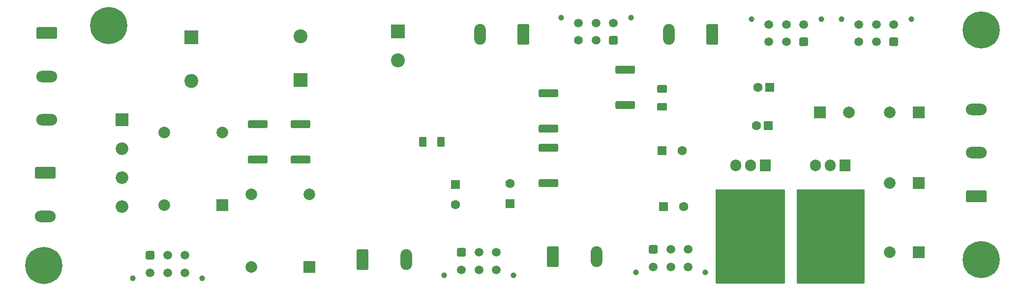
<source format=gbr>
%TF.GenerationSoftware,KiCad,Pcbnew,(5.1.10)-1*%
%TF.CreationDate,2021-11-20T18:22:11+01:00*%
%TF.ProjectId,MRAMP00_PowerSupply,4d52414d-5030-4305-9f50-6f7765725375,rev?*%
%TF.SameCoordinates,Original*%
%TF.FileFunction,Soldermask,Top*%
%TF.FilePolarity,Negative*%
%FSLAX46Y46*%
G04 Gerber Fmt 4.6, Leading zero omitted, Abs format (unit mm)*
G04 Created by KiCad (PCBNEW (5.1.10)-1) date 2021-11-20 18:22:11*
%MOMM*%
%LPD*%
G01*
G04 APERTURE LIST*
%ADD10R,2.175000X2.175000*%
%ADD11C,2.175000*%
%ADD12C,6.400000*%
%ADD13O,3.600000X2.000000*%
%ADD14C,2.000000*%
%ADD15R,2.000000X2.000000*%
%ADD16O,1.905000X2.000000*%
%ADD17R,1.905000X2.000000*%
%ADD18O,3.500000X3.500000*%
%ADD19C,1.500000*%
%ADD20C,1.000000*%
%ADD21O,2.000000X3.600000*%
%ADD22C,1.600000*%
%ADD23R,1.600000X1.600000*%
%ADD24C,2.400000*%
%ADD25R,2.400000X2.400000*%
%ADD26C,0.254000*%
%ADD27C,0.100000*%
G04 APERTURE END LIST*
D10*
%TO.C,BR1*%
X-623924000Y18592000D03*
D11*
X-623924000Y13592000D03*
X-623924000Y8592000D03*
X-623924000Y3592000D03*
%TD*%
D12*
%TO.C,H4*%
X-476000000Y-5538000D03*
%TD*%
%TO.C,H3*%
X-476000000Y34086000D03*
%TD*%
%TO.C,H2*%
X-637386000Y-6554000D03*
%TD*%
%TO.C,H1*%
X-626210000Y34848000D03*
%TD*%
D13*
%TO.C,J12*%
X-636878000Y18578000D03*
X-636878000Y26078000D03*
G36*
G01*
X-638428000Y34578000D02*
X-635328000Y34578000D01*
G75*
G02*
X-635078000Y34328000I0J-250000D01*
G01*
X-635078000Y32828000D01*
G75*
G02*
X-635328000Y32578000I-250000J0D01*
G01*
X-638428000Y32578000D01*
G75*
G02*
X-638678000Y32828000I0J250000D01*
G01*
X-638678000Y34328000D01*
G75*
G02*
X-638428000Y34578000I250000J0D01*
G01*
G37*
%TD*%
%TO.C,R26*%
G36*
G01*
X-551943001Y8368000D02*
X-549092999Y8368000D01*
G75*
G02*
X-548843000Y8118001I0J-249999D01*
G01*
X-548843000Y7217999D01*
G75*
G02*
X-549092999Y6968000I-249999J0D01*
G01*
X-551943001Y6968000D01*
G75*
G02*
X-552193000Y7217999I0J249999D01*
G01*
X-552193000Y8118001D01*
G75*
G02*
X-551943001Y8368000I249999J0D01*
G01*
G37*
G36*
G01*
X-551943001Y14468000D02*
X-549092999Y14468000D01*
G75*
G02*
X-548843000Y14218001I0J-249999D01*
G01*
X-548843000Y13317999D01*
G75*
G02*
X-549092999Y13068000I-249999J0D01*
G01*
X-551943001Y13068000D01*
G75*
G02*
X-552193000Y13317999I0J249999D01*
G01*
X-552193000Y14218001D01*
G75*
G02*
X-551943001Y14468000I249999J0D01*
G01*
G37*
%TD*%
%TO.C,R20*%
G36*
G01*
X-601981001Y12432000D02*
X-599130999Y12432000D01*
G75*
G02*
X-598881000Y12182001I0J-249999D01*
G01*
X-598881000Y11281999D01*
G75*
G02*
X-599130999Y11032000I-249999J0D01*
G01*
X-601981001Y11032000D01*
G75*
G02*
X-602231000Y11281999I0J249999D01*
G01*
X-602231000Y12182001D01*
G75*
G02*
X-601981001Y12432000I249999J0D01*
G01*
G37*
G36*
G01*
X-601981001Y18532000D02*
X-599130999Y18532000D01*
G75*
G02*
X-598881000Y18282001I0J-249999D01*
G01*
X-598881000Y17381999D01*
G75*
G02*
X-599130999Y17132000I-249999J0D01*
G01*
X-601981001Y17132000D01*
G75*
G02*
X-602231000Y17381999I0J249999D01*
G01*
X-602231000Y18282001D01*
G75*
G02*
X-601981001Y18532000I249999J0D01*
G01*
G37*
%TD*%
%TO.C,R17*%
G36*
G01*
X-549092999Y22466000D02*
X-551943001Y22466000D01*
G75*
G02*
X-552193000Y22715999I0J249999D01*
G01*
X-552193000Y23616001D01*
G75*
G02*
X-551943001Y23866000I249999J0D01*
G01*
X-549092999Y23866000D01*
G75*
G02*
X-548843000Y23616001I0J-249999D01*
G01*
X-548843000Y22715999D01*
G75*
G02*
X-549092999Y22466000I-249999J0D01*
G01*
G37*
G36*
G01*
X-549092999Y16366000D02*
X-551943001Y16366000D01*
G75*
G02*
X-552193000Y16615999I0J249999D01*
G01*
X-552193000Y17516001D01*
G75*
G02*
X-551943001Y17766000I249999J0D01*
G01*
X-549092999Y17766000D01*
G75*
G02*
X-548843000Y17516001I0J-249999D01*
G01*
X-548843000Y16615999D01*
G75*
G02*
X-549092999Y16366000I-249999J0D01*
G01*
G37*
%TD*%
%TO.C,R15*%
G36*
G01*
X-591764999Y17132000D02*
X-594615001Y17132000D01*
G75*
G02*
X-594865000Y17381999I0J249999D01*
G01*
X-594865000Y18282001D01*
G75*
G02*
X-594615001Y18532000I249999J0D01*
G01*
X-591764999Y18532000D01*
G75*
G02*
X-591515000Y18282001I0J-249999D01*
G01*
X-591515000Y17381999D01*
G75*
G02*
X-591764999Y17132000I-249999J0D01*
G01*
G37*
G36*
G01*
X-591764999Y11032000D02*
X-594615001Y11032000D01*
G75*
G02*
X-594865000Y11281999I0J249999D01*
G01*
X-594865000Y12182001D01*
G75*
G02*
X-594615001Y12432000I249999J0D01*
G01*
X-591764999Y12432000D01*
G75*
G02*
X-591515000Y12182001I0J-249999D01*
G01*
X-591515000Y11281999D01*
G75*
G02*
X-591764999Y11032000I-249999J0D01*
G01*
G37*
%TD*%
%TO.C,R14*%
G36*
G01*
X-530334999Y23276000D02*
X-531585001Y23276000D01*
G75*
G02*
X-531835000Y23525999I0J249999D01*
G01*
X-531835000Y24326001D01*
G75*
G02*
X-531585001Y24576000I249999J0D01*
G01*
X-530334999Y24576000D01*
G75*
G02*
X-530085000Y24326001I0J-249999D01*
G01*
X-530085000Y23525999D01*
G75*
G02*
X-530334999Y23276000I-249999J0D01*
G01*
G37*
G36*
G01*
X-530334999Y20176000D02*
X-531585001Y20176000D01*
G75*
G02*
X-531835000Y20425999I0J249999D01*
G01*
X-531835000Y21226001D01*
G75*
G02*
X-531585001Y21476000I249999J0D01*
G01*
X-530334999Y21476000D01*
G75*
G02*
X-530085000Y21226001I0J-249999D01*
G01*
X-530085000Y20425999D01*
G75*
G02*
X-530334999Y20176000I-249999J0D01*
G01*
G37*
%TD*%
%TO.C,R13*%
G36*
G01*
X-571484000Y15407001D02*
X-571484000Y14156999D01*
G75*
G02*
X-571733999Y13907000I-249999J0D01*
G01*
X-572534001Y13907000D01*
G75*
G02*
X-572784000Y14156999I0J249999D01*
G01*
X-572784000Y15407001D01*
G75*
G02*
X-572534001Y15657000I249999J0D01*
G01*
X-571733999Y15657000D01*
G75*
G02*
X-571484000Y15407001I0J-249999D01*
G01*
G37*
G36*
G01*
X-568384000Y15407001D02*
X-568384000Y14156999D01*
G75*
G02*
X-568633999Y13907000I-249999J0D01*
G01*
X-569434001Y13907000D01*
G75*
G02*
X-569684000Y14156999I0J249999D01*
G01*
X-569684000Y15407001D01*
G75*
G02*
X-569434001Y15657000I249999J0D01*
G01*
X-568633999Y15657000D01*
G75*
G02*
X-568384000Y15407001I0J-249999D01*
G01*
G37*
%TD*%
%TO.C,R12*%
G36*
G01*
X-538735001Y21830000D02*
X-535884999Y21830000D01*
G75*
G02*
X-535635000Y21580001I0J-249999D01*
G01*
X-535635000Y20679999D01*
G75*
G02*
X-535884999Y20430000I-249999J0D01*
G01*
X-538735001Y20430000D01*
G75*
G02*
X-538985000Y20679999I0J249999D01*
G01*
X-538985000Y21580001D01*
G75*
G02*
X-538735001Y21830000I249999J0D01*
G01*
G37*
G36*
G01*
X-538735001Y27930000D02*
X-535884999Y27930000D01*
G75*
G02*
X-535635000Y27680001I0J-249999D01*
G01*
X-535635000Y26779999D01*
G75*
G02*
X-535884999Y26530000I-249999J0D01*
G01*
X-538735001Y26530000D01*
G75*
G02*
X-538985000Y26779999I0J249999D01*
G01*
X-538985000Y27680001D01*
G75*
G02*
X-538735001Y27930000I249999J0D01*
G01*
G37*
%TD*%
D14*
%TO.C,L2*%
X-601666000Y5692000D03*
X-591666000Y5692000D03*
X-601666000Y-6808000D03*
D15*
X-591666000Y-6808000D03*
%TD*%
D14*
%TO.C,L1*%
X-616652000Y16360000D03*
X-606652000Y16360000D03*
X-616652000Y3860000D03*
D15*
X-606652000Y3860000D03*
%TD*%
D16*
%TO.C,U6*%
X-504544000Y10718000D03*
X-502004000Y10718000D03*
D17*
X-499464000Y10718000D03*
D18*
X-502004000Y-5942000D03*
%TD*%
D16*
%TO.C,U5*%
X-518260000Y10718000D03*
X-515720000Y10718000D03*
D17*
X-513180000Y10718000D03*
D18*
X-515720000Y-5942000D03*
%TD*%
D13*
%TO.C,J13*%
X-476858000Y20384000D03*
X-476858000Y12884000D03*
G36*
G01*
X-475308000Y4384000D02*
X-478408000Y4384000D01*
G75*
G02*
X-478658000Y4634000I0J250000D01*
G01*
X-478658000Y6134000D01*
G75*
G02*
X-478408000Y6384000I250000J0D01*
G01*
X-475308000Y6384000D01*
G75*
G02*
X-475058000Y6134000I0J-250000D01*
G01*
X-475058000Y4634000D01*
G75*
G02*
X-475308000Y4384000I-250000J0D01*
G01*
G37*
%TD*%
D19*
%TO.C,J11*%
X-497082000Y35054000D03*
X-494082000Y35054000D03*
X-491082000Y35054000D03*
X-497082000Y32054000D03*
X-494082000Y32054000D03*
G36*
G01*
X-490332000Y32554000D02*
X-490332000Y31554000D01*
G75*
G02*
X-490582000Y31304000I-250000J0D01*
G01*
X-491582000Y31304000D01*
G75*
G02*
X-491832000Y31554000I0J250000D01*
G01*
X-491832000Y32554000D01*
G75*
G02*
X-491582000Y32804000I250000J0D01*
G01*
X-490582000Y32804000D01*
G75*
G02*
X-490332000Y32554000I0J-250000D01*
G01*
G37*
D20*
X-500082000Y35994000D03*
X-488082000Y35994000D03*
%TD*%
D19*
%TO.C,J10*%
X-559504000Y-7268000D03*
X-562504000Y-7268000D03*
X-565504000Y-7268000D03*
X-559504000Y-4268000D03*
X-562504000Y-4268000D03*
G36*
G01*
X-566254000Y-4768000D02*
X-566254000Y-3768000D01*
G75*
G02*
X-566004000Y-3518000I250000J0D01*
G01*
X-565004000Y-3518000D01*
G75*
G02*
X-564754000Y-3768000I0J-250000D01*
G01*
X-564754000Y-4768000D01*
G75*
G02*
X-565004000Y-5018000I-250000J0D01*
G01*
X-566004000Y-5018000D01*
G75*
G02*
X-566254000Y-4768000I0J250000D01*
G01*
G37*
D20*
X-556504000Y-8208000D03*
X-568504000Y-8208000D03*
%TD*%
D19*
%TO.C,J9*%
X-526484000Y-6760000D03*
X-529484000Y-6760000D03*
X-532484000Y-6760000D03*
X-526484000Y-3760000D03*
X-529484000Y-3760000D03*
G36*
G01*
X-533234000Y-4260000D02*
X-533234000Y-3260000D01*
G75*
G02*
X-532984000Y-3010000I250000J0D01*
G01*
X-531984000Y-3010000D01*
G75*
G02*
X-531734000Y-3260000I0J-250000D01*
G01*
X-531734000Y-4260000D01*
G75*
G02*
X-531984000Y-4510000I-250000J0D01*
G01*
X-532984000Y-4510000D01*
G75*
G02*
X-533234000Y-4260000I0J250000D01*
G01*
G37*
D20*
X-523484000Y-7700000D03*
X-535484000Y-7700000D03*
%TD*%
D19*
%TO.C,J8*%
X-613098000Y-7776000D03*
X-616098000Y-7776000D03*
X-619098000Y-7776000D03*
X-613098000Y-4776000D03*
X-616098000Y-4776000D03*
G36*
G01*
X-619848000Y-5276000D02*
X-619848000Y-4276000D01*
G75*
G02*
X-619598000Y-4026000I250000J0D01*
G01*
X-618598000Y-4026000D01*
G75*
G02*
X-618348000Y-4276000I0J-250000D01*
G01*
X-618348000Y-5276000D01*
G75*
G02*
X-618598000Y-5526000I-250000J0D01*
G01*
X-619598000Y-5526000D01*
G75*
G02*
X-619848000Y-5276000I0J250000D01*
G01*
G37*
D20*
X-610098000Y-8716000D03*
X-622098000Y-8716000D03*
%TD*%
D19*
%TO.C,J7*%
X-512576000Y35054000D03*
X-509576000Y35054000D03*
X-506576000Y35054000D03*
X-512576000Y32054000D03*
X-509576000Y32054000D03*
G36*
G01*
X-505826000Y32554000D02*
X-505826000Y31554000D01*
G75*
G02*
X-506076000Y31304000I-250000J0D01*
G01*
X-507076000Y31304000D01*
G75*
G02*
X-507326000Y31554000I0J250000D01*
G01*
X-507326000Y32554000D01*
G75*
G02*
X-507076000Y32804000I250000J0D01*
G01*
X-506076000Y32804000D01*
G75*
G02*
X-505826000Y32554000I0J-250000D01*
G01*
G37*
D20*
X-515576000Y35994000D03*
X-503576000Y35994000D03*
%TD*%
D19*
%TO.C,J6*%
X-545342000Y35308000D03*
X-542342000Y35308000D03*
X-539342000Y35308000D03*
X-545342000Y32308000D03*
X-542342000Y32308000D03*
G36*
G01*
X-538592000Y32808000D02*
X-538592000Y31808000D01*
G75*
G02*
X-538842000Y31558000I-250000J0D01*
G01*
X-539842000Y31558000D01*
G75*
G02*
X-540092000Y31808000I0J250000D01*
G01*
X-540092000Y32808000D01*
G75*
G02*
X-539842000Y33058000I250000J0D01*
G01*
X-538842000Y33058000D01*
G75*
G02*
X-538592000Y32808000I0J-250000D01*
G01*
G37*
D20*
X-548342000Y36248000D03*
X-536342000Y36248000D03*
%TD*%
D21*
%TO.C,J5*%
X-575022000Y-5538000D03*
G36*
G01*
X-583522000Y-7088000D02*
X-583522000Y-3988000D01*
G75*
G02*
X-583272000Y-3738000I250000J0D01*
G01*
X-581772000Y-3738000D01*
G75*
G02*
X-581522000Y-3988000I0J-250000D01*
G01*
X-581522000Y-7088000D01*
G75*
G02*
X-581772000Y-7338000I-250000J0D01*
G01*
X-583272000Y-7338000D01*
G75*
G02*
X-583522000Y-7088000I0J250000D01*
G01*
G37*
%TD*%
%TO.C,J4*%
X-542256000Y-5030000D03*
G36*
G01*
X-550756000Y-6580000D02*
X-550756000Y-3480000D01*
G75*
G02*
X-550506000Y-3230000I250000J0D01*
G01*
X-549006000Y-3230000D01*
G75*
G02*
X-548756000Y-3480000I0J-250000D01*
G01*
X-548756000Y-6580000D01*
G75*
G02*
X-549006000Y-6830000I-250000J0D01*
G01*
X-550506000Y-6830000D01*
G75*
G02*
X-550756000Y-6580000I0J250000D01*
G01*
G37*
%TD*%
D13*
%TO.C,J3*%
X-637132000Y1948000D03*
G36*
G01*
X-638682000Y10448000D02*
X-635582000Y10448000D01*
G75*
G02*
X-635332000Y10198000I0J-250000D01*
G01*
X-635332000Y8698000D01*
G75*
G02*
X-635582000Y8448000I-250000J0D01*
G01*
X-638682000Y8448000D01*
G75*
G02*
X-638932000Y8698000I0J250000D01*
G01*
X-638932000Y10198000D01*
G75*
G02*
X-638682000Y10448000I250000J0D01*
G01*
G37*
%TD*%
D21*
%TO.C,J2*%
X-529824000Y33324000D03*
G36*
G01*
X-521324000Y34874000D02*
X-521324000Y31774000D01*
G75*
G02*
X-521574000Y31524000I-250000J0D01*
G01*
X-523074000Y31524000D01*
G75*
G02*
X-523324000Y31774000I0J250000D01*
G01*
X-523324000Y34874000D01*
G75*
G02*
X-523074000Y35124000I250000J0D01*
G01*
X-521574000Y35124000D01*
G75*
G02*
X-521324000Y34874000I0J-250000D01*
G01*
G37*
%TD*%
%TO.C,J1*%
X-562336000Y33324000D03*
G36*
G01*
X-553836000Y34874000D02*
X-553836000Y31774000D01*
G75*
G02*
X-554086000Y31524000I-250000J0D01*
G01*
X-555586000Y31524000D01*
G75*
G02*
X-555836000Y31774000I0J250000D01*
G01*
X-555836000Y34874000D01*
G75*
G02*
X-555586000Y35124000I250000J0D01*
G01*
X-554086000Y35124000D01*
G75*
G02*
X-553836000Y34874000I0J-250000D01*
G01*
G37*
%TD*%
D22*
%TO.C,C16*%
X-514672000Y17576000D03*
D23*
X-512672000Y17576000D03*
%TD*%
D22*
%TO.C,C15*%
X-514418000Y24180000D03*
D23*
X-512418000Y24180000D03*
%TD*%
D14*
%TO.C,C14*%
X-491764000Y7670000D03*
D15*
X-486764000Y7670000D03*
%TD*%
D14*
%TO.C,C13*%
X-498782000Y19862000D03*
D15*
X-503782000Y19862000D03*
%TD*%
D14*
%TO.C,C12*%
X-491764000Y-4268000D03*
D15*
X-486764000Y-4268000D03*
%TD*%
D14*
%TO.C,C11*%
X-491764000Y19862000D03*
D15*
X-486764000Y19862000D03*
%TD*%
D22*
%TO.C,C10*%
X-557122000Y7614000D03*
D23*
X-557122000Y4114000D03*
%TD*%
D22*
%TO.C,C9*%
X-527206000Y3606000D03*
D23*
X-530706000Y3606000D03*
%TD*%
D24*
%TO.C,C8*%
X-576426000Y28832000D03*
D25*
X-576426000Y33832000D03*
%TD*%
D24*
%TO.C,C7*%
X-593190000Y32950000D03*
D25*
X-593190000Y25450000D03*
%TD*%
D24*
%TO.C,C3*%
X-611986000Y25316000D03*
D25*
X-611986000Y32816000D03*
%TD*%
D22*
%TO.C,C2*%
X-527460000Y13258000D03*
D23*
X-530960000Y13258000D03*
%TD*%
D22*
%TO.C,C1*%
X-566520000Y3916000D03*
D23*
X-566520000Y7416000D03*
%TD*%
D26*
X-510005000Y-9475000D02*
X-521689000Y-9475000D01*
X-521689000Y6527000D01*
X-510005000Y6527000D01*
X-510005000Y-9475000D01*
D27*
G36*
X-510005000Y-9475000D02*
G01*
X-521689000Y-9475000D01*
X-521689000Y6527000D01*
X-510005000Y6527000D01*
X-510005000Y-9475000D01*
G37*
D26*
X-496289000Y-9475000D02*
X-507719000Y-9475000D01*
X-507719000Y6527000D01*
X-496289000Y6527000D01*
X-496289000Y-9475000D01*
D27*
G36*
X-496289000Y-9475000D02*
G01*
X-507719000Y-9475000D01*
X-507719000Y6527000D01*
X-496289000Y6527000D01*
X-496289000Y-9475000D01*
G37*
M02*

</source>
